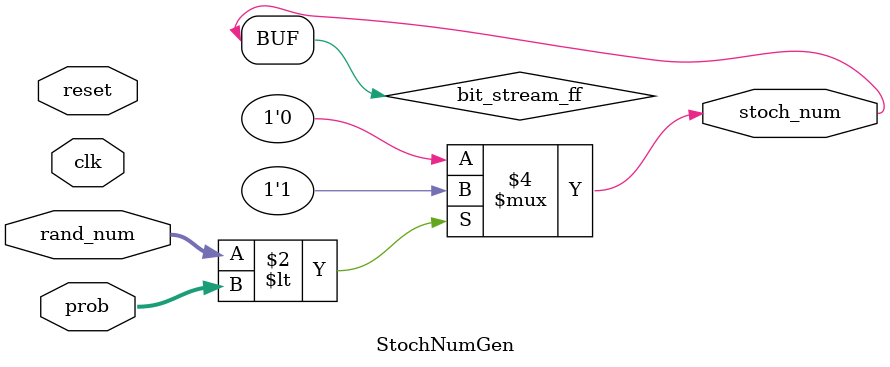
<source format=v>

module StochNumGen
    (
        input clk,
        input reset,
        input [7:0] prob,       // k-bit unsigned binary integer B indicating probability
        input [7:0] rand_num,   // k-bit random number source
        output stoch_num
    );

    // registers
    reg bit_stream_ff;

    // if R < B, output 1, comb logic
    always @(*) begin
        if (rand_num < prob)
            bit_stream_ff = 1'b1;
        else
            bit_stream_ff = 1'b0;
    end

    assign stoch_num = bit_stream_ff;

endmodule

</source>
